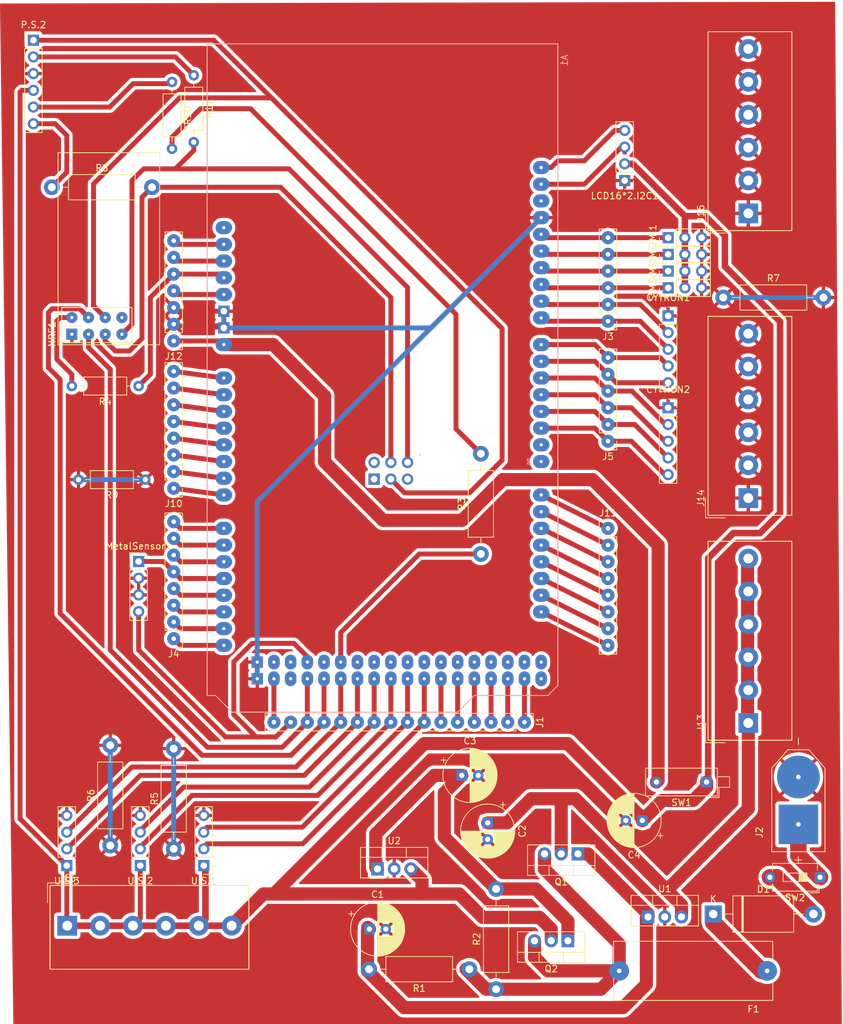
<source format=kicad_pcb>
(kicad_pcb (version 20221018) (generator pcbnew)
  (layers (0 "F.Cu" signal) (31 "B.Cu" signal) (34 "B.Paste" user) (35 "F.Paste" user) (36 "B.SilkS" user "B.Silkscreen") (37 "F.SilkS" user "F.Silkscreen") (38 "B.Mask" user) (39 "F.Mask" user) (44 "Edge.Cuts" user))
  (net 0 "")
  (net 1 "5V1")
  (net 3 "5V4")
  (net 6 "S.S.M.1")
  (net 8 "S.S.M.2")
  (net 10 "S.S.M.3")
  (net 12 "S.S.M.4")
  (net 16 "Trig2")
  (net 18 "Echo2")
  (net 20 "Trig3")
  (net 22 "Echo3")
  (net 24 "Trig4")
  (net 25 "Sensor D")
  (net 26 "Echo4")
  (net 28 "MISO")
  (net 29 "MOSI")
  (net 30 "SCK")
  (net 32 "SCL")
  (net 33 "SDA")
  (net 34 "GND")
  (net 35 "PWM4")
  (net 36 "DIR4")
  (net 37 "PWM3")
  (net 38 "DIR3")
  (net 39 "PWM2")
  (net 40 "DIR2")
  (net 41 "PWM1")
  (net 42 "DIR1")
  (net 43 "Net-(Q1-B)")
  (net 44 "Net-(Q2-B)")
  (net 45 "+5V")
  (net 46 "vcc")
  (net 47 "3.3V")
  (net 48 "+12V")
  (net 50 "CSN")
  (net 51 "CE")
  (net 53 "Net-(Q1-E)")
  (net 54 "Net-(NRF1-Pin_2)")
  (net 55 "Net-(D1-A2)")
  (net 56 "Net-(J2-POS)")
  (net 57 "IRQ 2")
  (net 58 "Net-(P.S.2-Pin_5)")
  (net 59 "Net-(P.S.2-Pin_2)")
  (net 60 "Net-(P.S.2-Pin_6)")
  (net 64 "Sensor A")
  (net 66 "Net-(A1-PadD44)")
  (net 69 "IORF")
  (net 70 "RST1")
  (net 71 "Vin")
  (net 72 "A0")
  (net 73 "A1")
  (net 74 "A2")
  (net 75 "A3")
  (net 76 "A4")
  (net 77 "A5")
  (net 78 "A6")
  (net 79 "A7")
  (net 80 "A8")
  (net 81 "A9")
  (net 82 "A10")
  (net 83 "A12")
  (net 84 "A13")
  (net 85 "A14")
  (net 86 "A15")
  (net 87 "D14")
  (net 88 "D15")
  (net 89 "D16")
  (net 90 "D17")
  (net 91 "D18")
  (net 92 "D19")
  (net 93 "D20")
  (net 94 "D21")
  (net 95 "D23")
  (net 96 "D25")
  (net 97 "D27")
  (net 98 "D29")
  (net 99 "D31")
  (net 100 "D33")
  (net 101 "D53")
  (footprint "Capacitor_THT:CP_Radial_D8.0mm_P2.50mm" (layer "F.Cu") (at 122.056651 134.62 180)
    (fp_text reference "C4")
    (fp_text value "470uF")
  )
  (footprint "Connector_PinHeader_2.54mm:PinHeader_1x03_P2.54mm_Vertical" (layer "F.Cu") (at 126 53.642686 90)
    (fp_text reference "S.M.4")
    (fp_text value "Conn_01x03_Pin" hide)
  )
  (footprint "Connector_PinHeader_2.54mm:PinHeader_1x06_P2.54mm_Vertical" (layer "F.Cu") (at 29.464 16.002)
    (fp_text reference "P.S.2")
    (fp_text value "P.S.2")
  )
  (footprint "Connector_PinSocket_2.54mm:PinSocket_1x05_P2.54mm_Vertical" (layer "F.Cu") (at 125.984 71.882)
    (fp_text reference "CYTRON2")
    (fp_text value "Conn_01x05_Pin")
  )
  (footprint "Package_TO_SOT_THT:TO-220-3_Vertical" (layer "F.Cu") (at 112.268 139.7 180)
    (fp_text reference "Q1")
    (fp_text value "TIP2955")
  )
  (footprint "Connector_PinHeader_2.54mm:PinHeader_1x04_P2.54mm_Vertical" (layer "F.Cu") (at 45.72 141.478 180)
    (fp_text reference "U.S.2")
    (fp_text value "~")
  )
  (footprint "TerminalBlock_Altech:Altech_AK300_1x06_P5.00mm_45-Degree" (layer "F.Cu") (at 138.176 42.3295 90)
    (fp_text reference "J16")
    (fp_text value "Screw_Terminal_01x06")
  )
  (footprint "Capacitor_THT:CP_Radial_D8.0mm_P2.50mm" (layer "F.Cu") (at 94.605349 127.762)
    (fp_text reference "C3")
    (fp_text value "470uF")
  )
  (footprint "Connector_PinHeader_2.54mm:PinHeader_1x06_P2.54mm_Vertical" (layer "F.Cu") (at 116.84 58.722686 180)
    (fp_text reference "J3")
    (fp_text value "Conn_01x06_Socket" hide)
  )
  (footprint "Connector_PinHeader_2.54mm:PinHeader_1x07_P2.54mm_Vertical" (layer "F.Cu") (at 50.8 61.722 180)
    (fp_text reference "J12")
    (fp_text value "Conn_01x07_Pin")
  )
  (footprint "Package_TO_SOT_THT:TO-220-3_Vertical" (layer "F.Cu") (at 122.936 149.281)
    (fp_text reference "U1")
    (fp_text value "L7812")
  )
  (footprint "Button_Switch_THT:SW_DIP_SPSTx01_Slide_6.7x4.1mm_W7.62mm_P2.54mm_LowProfile" (layer "F.Cu") (at 149.088 143.256 180)
    (fp_text reference "SW2")
    (fp_text value "SW_SPST")
  )
  (footprint "Resistor_THT:R_Axial_DIN0411_L9.9mm_D3.6mm_P15.24mm_Horizontal" (layer "F.Cu") (at 97.51 94.11 90)
    (fp_text reference "R3")
    (fp_text value "R_Small")
  )
  (footprint "Capacitor_THT:CP_Radial_D8.0mm_P2.50mm" (layer "F.Cu") (at 80.558 151.13)
    (fp_text reference "C1")
    (fp_text value "470uF")
  )
  (footprint "sensors:module_vl53l0x" (layer "F.Cu") (at 35.306 60.706 90)
    (fp_text reference "NRF1")
    (fp_text value "Conn_01x08_Pin")
  )
  (footprint "Package_TO_SOT_THT:TO-220-3_Vertical" (layer "F.Cu") (at 110.744 152.908 180)
    (fp_text reference "Q2")
    (fp_text value "TIP2955")
  )
  (footprint "XT60:AMASS_XT60-M" (layer "F.Cu") (at 145.796 131.616 90)
    (fp_text reference "J2")
    (fp_text value "XT60-M")
  )
  (footprint "Resistor_THT:R_Axial_DIN0411_L9.9mm_D3.6mm_P15.24mm_Horizontal" (layer "F.Cu") (at 50.8 138.938 90)
    (fp_text reference "R5")
    (fp_text value "R_Small")
  )
  (footprint "TerminalBlock_Altech:Altech_AK300_1x06_P5.00mm_45-Degree" (layer "F.Cu") (at 138.176 85.612 90)
    (fp_text reference "J14")
    (fp_text value "Screw_Terminal_01x06")
  )
  (footprint "Connector_PinHeader_2.54mm:PinHeader_1x03_P2.54mm_Vertical" (layer "F.Cu") (at 126 48.562686 90)
    (fp_text reference "S.M.2")
    (fp_text value "Conn_01x03_Pin" hide)
  )
  (footprint "Connector_PinHeader_2.54mm:PinHeader_1x04_P2.54mm_Vertical" (layer "F.Cu") (at 34.544 141.478 180)
    (fp_text reference "U.S.3")
    (fp_text value "~")
  )
  (footprint "Connector_PinHeader_2.54mm:PinHeader_1x03_P2.54mm_Vertical" (layer "F.Cu") (at 126 46.022686 90)
    (fp_text reference "S.M.1")
    (fp_text value "Conn_01x03_Pin" hide)
  )
  (footprint "Resistor_THT:R_Axial_DIN0207_L6.3mm_D2.5mm_P10.16mm_Horizontal" (layer "F.Cu") (at 53.848 21.336 -90)
    (fp_text reference "R11")
    (fp_text value "R_Small")
  )
  (footprint "Connector_PinHeader_2.54mm:PinHeader_1x03_P2.54mm_Vertical" (layer "F.Cu") (at 126 51.102686 90)
    (fp_text reference "S.M.3")
    (fp_text value "Conn_01x03_Pin" hide)
  )
  (footprint "Connector_PinHeader_2.54mm:PinHeader_1x04_P2.54mm_Vertical" (layer "F.Cu") (at 45.466 95.25)
    (fp_text reference "MetalSensor1")
    (fp_text value "Conn_01x03_Socket")
  )
  (footprint "TerminalBlock_Altech:Altech_AK300_1x06_P5.00mm_45-Degree" (layer "F.Cu") (at 138.176 119.7995 90)
    (fp_text reference "J13")
    (fp_text value "Screw_Terminal_01x06")
  )
  (footprint "Resistor_THT:R_Axial_DIN0411_L9.9mm_D3.6mm_P15.24mm_Horizontal" (layer "F.Cu") (at 99.822 160.274 90)
    (fp_text reference "R2")
    (fp_text value "220")
  )
  (footprint "Connector_PinHeader_2.54mm:PinHeader_1x16_P2.54mm_Vertical" (layer "F.Cu") (at 104.14 119.682686 -90)
    (fp_text reference "J1")
    (fp_text value "Conn_01x16_Socket")
  )
  (footprint "Connector_PinSocket_2.54mm:PinSocket_1x05_P2.54mm_Vertical" (layer "F.Cu") (at 125.984 57.912)
    (fp_text reference "CYTRON1")
    (fp_text value "Conn_01x05_Pin")
  )
  (footprint "Button_Switch_THT:SW_DIP_SPSTx01_Piano_10.8x4.1mm_W7.62mm_P2.54mm" (layer "F.Cu") (at 131.826 128.778 180)
    (fp_text reference "SW1")
    (fp_text value "SW_DIP_x01")
  )
  (footprint "Resistor_THT:R_Axial_DIN0207_L6.3mm_D2.5mm_P10.16mm_Horizontal" (layer "F.Cu") (at 46.482 82.804 180)
    (fp_text reference "R9")
    (fp_text value "R_Small")
  )
  (footprint "Capacitor_THT:CP_Radial_D8.0mm_P2.50mm" (layer "F.Cu") (at 98.552 134.991349 -90)
    (fp_text reference "C2")
    (fp_text value "470uF")
  )
  (footprint "Resistor_THT:R_Axial_DIN0207_L6.3mm_D2.5mm_P10.16mm_Horizontal" (layer "F.Cu") (at 50.546 22.352 -90)
    (fp_text reference "R10")
    (fp_text value "R_Small")
  )
  (footprint "4628 fuse holder:FUSE_4628" (layer "F.Cu") (at 129.794 157.48 180)
    (fp_text reference "F1")
    (fp_text value "Fuse")
  )
  (footprint "TerminalBlock_Altech:Altech_AK300_1x06_P5.00mm_45-Degree" (layer "F.Cu") (at 34.61 150.622)
    (fp_text reference "J15")
    (fp_text value "Screw_Terminal_01x06")
  )
  (footprint "PCM_arduino-library:Arduino_Mega2560_R3_Shield" (layer "F.Cu") (at 55.88 16.558686 -90)
    (fp_text reference "A1")
    (fp_text value "Arduino_Mega2560_R3_Shield")
  )
  (footprint "Connector_PinHeader_2.54mm:PinHeader_1x08_P2.54mm_Vertical" (layer "F.Cu") (at 116.84 90.218686)
    (fp_text reference "J11")
    (fp_text value "Conn_01x08_Socket")
  )
  (footprint "Connector_PinHeader_2.54mm:PinHeader_1x04_P2.54mm_Vertical" (layer "F.Cu") (at 119.38 37.338686 180)
    (fp_text reference "LCD16*2.I2C1")
    (fp_text value "~")
  )
  (footprint "Connector_PinHeader_2.54mm:PinHeader_1x06_P2.54mm_Vertical" (layer "F.Cu") (at 116.84 76.962 180)
    (fp_text reference "J5")
    (fp_text value "Conn_01x08_Socket")
  )
  (footprint "Connector_PinHeader_2.54mm:PinHeader_1x08_P2.54mm_Vertical" (layer "F.Cu") (at 50.8 106.982686 180)
    (fp_text reference "J4")
    (fp_text value "Conn_01x08_Socket")
  )
  (footprint "Resistor_THT:R_Axial_DIN0207_L6.3mm_D2.5mm_P10.16mm_Horizontal" (layer "F.Cu") (at 45.466 68.58 180)
    (fp_text reference "R4")
    (fp_text value "R_Small")
  )
  (footprint "Resistor_THT:R_Axial_DIN0411_L9.9mm_D3.6mm_P15.24mm_Horizontal" (layer "F.Cu") (at 32.258 38.354)
    (fp_text reference "R8")
    (fp_text value "R_Small")
  )
  (footprint "Diode_THT:D_DO-201AE_P15.24mm_Horizontal" (layer "F.Cu") (at 132.842 148.844)
    (fp_text reference "D1")
    (fp_text value "1N62xxA")
  )
  (footprint "Package_TO_SOT_THT:TO-220-3_Vertical" (layer "F.Cu") (at 81.788 141.986)
    (fp_text reference "U2")
    (fp_text value "L7805")
  )
  (footprint "Connector_PinHeader_2.54mm:PinHeader_1x04_P2.54mm_Vertical" (layer "F.Cu") (at 55.372 141.478 180)
    (fp_text reference "U.S.1")
    (fp_text value "~")
  )
  (footprint "Resistor_THT:R_Axial_DIN0411_L9.9mm_D3.6mm_P15.24mm_Horizontal" (layer "F.Cu") (at 95.758 157.226 180)
    (fp_text reference "R1")
    (fp_text value "220")
  )
  (footprint "Connector_PinHeader_2.54mm:PinHeader_1x08_P2.54mm_Vertical" (layer "F.Cu") (at 50.8 84.122686 180)
    (fp_text reference "J10")
    (fp_text value "Conn_01x08_Socket")
  )
  (footprint "Resistor_THT:R_Axial_DIN0411_L9.9mm_D3.6mm_P15.24mm_Horizontal" (layer "F.Cu") (at 41.148 138.43 90)
    (fp_text reference "R6")
    (fp_text value "R_Small")
  )
  (footprint "Resistor_THT:R_Axial_DIN0411_L9.9mm_D3.6mm_P15.24mm_Horizontal" (layer "F.Cu") (at 134.366 55.118)
    (fp_text reference "R7")
    (fp_text value "R_Small")
  )
  (segment (start 51.356686 54.658686) (end 50.8 54.102) (width 0.75) (layer "F.Cu") (net 1))
  (segment (start 58.42 54.658686) (end 51.356686 54.658686) (width 0.75) (layer "F.Cu") (net 1))
  (segment (start 116.84 46.022686) (end 107.188 46.022686) (width 0.75) (layer "F.Cu") (net 6))
  (segment (start 107.188 46.022686) (end 106.68 45.514686) (width 0.75) (layer "F.Cu") (net 6))
  (segment (start 126 46.022686) (end 116.84 46.022686) (width 0.75) (layer "F.Cu") (net 6))
  (segment (start 126 48.562686) (end 116.84 48.562686) (width 0.75) (layer "F.Cu") (net 8))
  (segment (start 107.188 48.562686) (end 106.68 48.054686) (width 0.75) (layer "F.Cu") (net 8))
  (segment (start 116.84 48.562686) (end 107.188 48.562686) (width 0.75) (layer "F.Cu") (net 8))
  (segment (start 116.84 51.102686) (end 107.188 51.102686) (width 0.75) (layer "F.Cu") (net 10))
  (segment (start 107.188 51.102686) (end 106.68 50.594686) (width 0.75) (layer "F.Cu") (net 10))
  (segment (start 126 51.102686) (end 116.84 51.102686) (width 0.75) (layer "F.Cu") (net 10))
  (segment (start 126 53.642686) (end 116.84 53.642686) (width 0.75) (layer "F.Cu") (net 12))
  (segment (start 116.84 53.642686) (end 107.188 53.642686) (width 0.75) (layer "F.Cu") (net 12))
  (segment (start 107.188 53.642686) (end 106.68 53.134686) (width 0.75) (layer "F.Cu") (net 12))
  (segment (start 70.406686 138.176) (end 55.88 138.176) (width 0.75) (layer "F.Cu") (net 16))
  (segment (start 55.88 138.176) (end 55.372 138.684) (width 0.75) (layer "F.Cu") (net 16))
  (segment (start 88.9 119.682686) (end 70.406686 138.176) (width 0.75) (layer "F.Cu") (net 16))
  (segment (start 88.9 119.682686) (end 88.9 113.078686) (width 0.75) (layer "F.Cu") (net 16))
  (segment (start 86.311314 119.682686) (end 70.358 135.636) (width 0.75) (layer "F.Cu") (net 18))
  (segment (start 70.358 135.636) (end 55.88 135.636) (width 0.75) (layer "F.Cu") (net 18))
  (segment (start 86.36 119.682686) (end 86.36 113.078686) (width 0.75) (layer "F.Cu") (net 18))
  (segment (start 55.88 135.636) (end 55.372 136.144) (width 0.75) (layer "F.Cu") (net 18))
  (segment (start 86.36 119.682686) (end 86.311314 119.682686) (width 0.75) (layer "F.Cu") (net 18))
  (segment (start 83.82 119.682686) (end 83.82 113.078686) (width 0.75) (layer "F.Cu") (net 20))
  (segment (start 83.82 119.682686) (end 72.692686 130.81) (width 0.75) (layer "F.Cu") (net 20))
  (segment (start 72.692686 130.81) (end 53.594 130.81) (width 0.75) (layer "F.Cu") (net 20))
  (segment (start 53.594 130.81) (end 45.72 138.684) (width 0.75) (layer "F.Cu") (net 20))
  (segment (start 52.324 129.54) (end 71.422686 129.54) (width 0.75) (layer "F.Cu") (net 22))
  (segment (start 45.72 136.144) (end 52.324 129.54) (width 0.75) (layer "F.Cu") (net 22))
  (segment (start 81.28 119.682686) (end 81.28 113.078686) (width 0.75) (layer "F.Cu") (net 22))
  (segment (start 71.422686 129.54) (end 81.28 119.682686) (width 0.75) (layer "F.Cu") (net 22))
  (segment (start 45.72 127.762) (end 34.544 138.938) (width 0.75) (layer "F.Cu") (net 24))
  (segment (start 70.660686 127.762) (end 45.72 127.762) (width 0.75) (layer "F.Cu") (net 24))
  (segment (start 78.74 119.682686) (end 78.74 113.078686) (width 0.75) (layer "F.Cu") (net 24))
  (segment (start 78.74 119.682686) (end 70.660686 127.762) (width 0.75) (layer "F.Cu") (net 24))
  (segment (start 71.12 109.728) (end 69.088 107.696) (width 0.75) (layer "F.Cu") (net 25))
  (segment (start 59.944 118.5326) (end 63.3314 121.92) (width 0.75) (layer "F.Cu") (net 25))
  (segment (start 63.3314 121.92) (end 64.008 121.92) (width 0.75) (layer "F.Cu") (net 25))
  (segment (start 59.944 110.49) (end 59.944 118.5326) (width 0.75) (layer "F.Cu") (net 25))
  (segment (start 45.466 108.712) (end 58.674 121.92) (width 0.75) (layer "F.Cu") (net 25))
  (segment (start 69.088 107.696) (end 62.738 107.696) (width 0.75) (layer "F.Cu") (net 25))
  (segment (start 62.738 107.696) (end 59.944 110.49) (width 0.75) (layer "F.Cu") (net 25))
  (segment (start 64.008 121.92) (end 66.342686 121.92) (width 0.75) (layer "F.Cu") (net 25))
  (segment (start 66.342686 121.92) (end 68.58 119.682686) (width 0.75) (layer "F.Cu") (net 25))
  (segment (start 45.466 102.87) (end 45.466 108.712) (width 0.75) (layer "F.Cu") (net 25))
  (segment (start 58.674 121.92) (end 64.008 121.92) (width 0.75) (layer "F.Cu") (net 25))
  (segment (start 71.12 110.538686) (end 71.12 109.728) (width 0.75) (layer "F.Cu") (net 25))
  (segment (start 34.544 136.398) (end 44.45 126.492) (width 0.75) (layer "F.Cu") (net 26))
  (segment (start 46.228 126.492) (end 45.466 126.492) (width 0.75) (layer "F.Cu") (net 26))
  (segment (start 69.390686 126.492) (end 46.228 126.492) (width 0.75) (layer "F.Cu") (net 26))
  (segment (start 76.2 119.682686) (end 69.390686 126.492) (width 0.75) (layer "F.Cu") (net 26))
  (segment (start 44.45 126.492) (end 46.228 126.492) (width 0.75) (layer "F.Cu") (net 26))
  (segment (start 76.2 119.682686) (end 76.2 113.078686) (width 0.75) (layer "F.Cu") (net 26))
  (segment (start 49.53 35.56) (end 68.326 35.56) (width 0.75) (layer "F.Cu") (net 28))
  (segment (start 53.848 31.496) (end 53.848 32.766) (width 0.75) (layer "F.Cu") (net 28))
  (segment (start 42.926 60.706) (end 44.45 59.182) (width 0.75) (layer "F.Cu") (net 28))
  (segment (start 46.228 35.56) (end 51.054 35.56) (width 0.75) (layer "F.Cu") (net 28))
  (segment (start 44.45 59.182) (end 44.45 37.338) (width 0.75) (layer "F.Cu") (net 28))
  (segment (start 51.054 35.56) (end 53.848 32.766) (width 0.75) (layer "F.Cu") (net 28))
  (segment (start 51.054 35.56) (end 51.308 35.306) (width 0.75) (layer "F.Cu") (net 28))
  (segment (start 44.45 37.338) (end 46.228 35.56) (width 0.75) (layer "F.Cu") (net 28))
  (segment (start 68.326 35.56) (end 86.36 53.594) (width 0.75) (layer "F.Cu") (net 28))
  (segment (start 86.36 53.594) (end 86.36 80.185686) (width 0.75) (layer "F.Cu") (net 28))
  (segment (start 95.766314 84.823686) (end 85.918 84.823686) (width 0.75) (layer "F.Cu") (net 29))
  (segment (start 100.74 59.846) (end 100.74 79.85) (width 0.75) (layer "F.Cu") (net 29))
  (segment (start 29.464 16.002) (end 56.896 16.002) (width 0.75) (layer "F.Cu") (net 29))
  (segment (start 38.608 37.846) (end 51.689 24.765) (width 0.75) (layer "F.Cu") (net 29))
  (segment (start 40.386 58.166) (end 38.608 56.388) (width 0.75) (layer "F.Cu") (net 29))
  (segment (start 51.689 24.765) (end 65.659 24.765) (width 0.75) (layer "F.Cu") (net 29))
  (segment (start 85.918 84.823686) (end 83.82 82.725686) (width 0.75) (layer "F.Cu") (net 29))
  (segment (start 100.74 79.85) (end 95.766314 84.823686) (width 0.75) (layer "F.Cu") (net 29))
  (segment (start 65.659 24.765) (end 65.786 24.892) (width 0.75) (layer "F.Cu") (net 29))
  (segment (start 38.608 56.388) (end 38.608 37.846) (width 0.75) (layer "F.Cu") (net 29))
  (segment (start 56.896 16.002) (end 100.74 59.846) (width 0.75) (layer "F.Cu") (net 29))
  (segment (start 45.974 61.348) (end 45.974 39.878) (width 0.75) (layer "F.Cu") (net 30))
  (segment (start 45.974 39.878) (end 47.498 38.354) (width 0.75) (layer "F.Cu") (net 30))
  (segment (start 40.386 61.722) (end 41.91 63.246) (width 0.75) (layer "F.Cu") (net 30))
  (segment (start 44.076 63.246) (end 45.974 61.348) (width 0.75) (layer "F.Cu") (net 30))
  (segment (start 47.498 38.354) (end 67.056 38.354) (width 0.75) (layer "F.Cu") (net 30))
  (segment (start 83.82 55.118) (end 83.82 80.185686) (width 0.75) (layer "F.Cu") (net 30))
  (segment (start 41.91 63.246) (end 44.076 63.246) (width 0.75) (layer "F.Cu") (net 30))
  (segment (start 67.056 38.354) (end 83.82 55.118) (width 0.75) (layer "F.Cu") (net 30))
  (segment (start 40.386 60.706) (end 40.386 61.722) (width 0.75) (layer "F.Cu") (net 30))
  (segment (start 108.204 35.354686) (end 106.68 35.354686) (width 0.75) (layer "F.Cu") (net 32))
  (segment (start 119.38 29.718686) (end 117.855314 29.718686) (width 0.75) (layer "F.Cu") (net 32))
  (segment (start 109.22 34.338686) (end 108.204 35.354686) (width 0.75) (layer "F.Cu") (net 32))
  (segment (start 113.235314 34.338686) (end 109.22 34.338686) (width 0.75) (layer "F.Cu") (net 32))
  (segment (start 117.855314 29.718686) (end 113.235314 34.338686) (width 0.75) (layer "F.Cu") (net 32))
  (segment (start 119.38 32.258686) (end 118.871314 32.258686) (width 0.75) (layer "F.Cu") (net 33))
  (segment (start 113.235314 37.894686) (end 106.68 37.894686) (width 0.75) (layer "F.Cu") (net 33))
  (segment (start 119.38 33.02) (end 119.38 32.258686) (width 0.75) (layer "F.Cu") (net 33))
  (segment (start 118.871314 32.258686) (end 113.235314 37.894686) (width 0.75) (layer "F.Cu") (net 33))
  (segment (start 51.356686 57.198686) (end 50.8 56.642) (width 0.75) (layer "F.Cu") (net 34))
  (segment (start 58.117314 59.436) (end 51.054 59.436) (width 0.75) (layer "F.Cu") (net 34))
  (segment (start 58.42 57.198686) (end 51.356686 57.198686) (width 0.75) (layer "F.Cu") (net 34))
  (segment (start 58.42 59.738686) (end 58.117314 59.436) (width 0.75) (layer "F.Cu") (net 34))
  (segment (start 51.054 59.436) (end 50.8 59.182) (width 0.75) (layer "F.Cu") (net 34))
  (segment (start 63.5 113.078686) (end 63.5 110.538686) (width 0.75) (layer "B.Cu") (net 34))
  (segment (start 45.974 82.804) (end 35.814 82.804) (width 0.75) (layer "B.Cu") (net 34))
  (segment (start 106.68 42.974686) (end 63.5 86.154686) (width 0.75) (layer "B.Cu") (net 34))
  (segment (start 149.606 55.118) (end 134.366 55.118) (width 0.75) (layer "B.Cu") (net 34))
  (segment (start 63.5 86.154686) (end 63.5 110.538686) (width 0.75) (layer "B.Cu") (net 34))
  (segment (start 41.148 123.19) (end 41.148 138.43) (width 0.75) (layer "B.Cu") (net 34))
  (segment (start 58.42 59.738686) (end 89.916 59.738686) (width 0.75) (layer "B.Cu") (net 34))
  (segment (start 89.916 59.738686) (end 106.68 42.974686) (width 0.75) (layer "B.Cu") (net 34))
  (segment (start 50.8 123.698) (end 50.8 138.938) (width 0.75) (layer "B.Cu") (net 34))
  (segment (start 131.08 53.642686) (end 130.761314 53.642686) (width 0.75) (layer "B.Cu") (net 34))
  (segment (start 58.42 57.198686) (end 58.42 59.738686) (width 0.75) (layer "B.Cu") (net 34))
  (segment (start 107.188 56.182686) (end 106.68 55.674686) (width 0.75) (layer "F.Cu") (net 35))
  (segment (start 116.84 56.182686) (end 107.188 56.182686) (width 0.75) (layer "F.Cu") (net 35))
  (segment (start 126.025 60.452) (end 121.755686 56.182686) (width 0.75) (layer "F.Cu") (net 35))
  (segment (start 121.755686 56.182686) (end 116.84 56.182686) (width 0.75) (layer "F.Cu") (net 35))
  (segment (start 121.755686 58.722686) (end 126.025 62.992) (width 0.75) (layer "F.Cu") (net 36))
  (segment (start 107.188 58.722686) (end 106.68 58.214686) (width 0.75) (layer "F.Cu") (net 36))
  (segment (start 116.84 58.722686) (end 121.755686 58.722686) (width 0.75) (layer "F.Cu") (net 36))
  (segment (start 116.84 58.722686) (end 107.188 58.722686) (width 0.75) (layer "F.Cu") (net 36))
  (segment (start 116.84 64.262) (end 114.856686 62.278686) (width 0.75) (layer "F.Cu") (net 37))
  (segment (start 126.025 65.532) (end 124.755 64.262) (width 0.75) (layer "F.Cu") (net 37))
  (segment (start 124.755 64.262) (end 116.84 64.262) (width 0.75) (layer "F.Cu") (net 37))
  (segment (start 114.856686 62.278686) (end 106.68 62.278686) (width 0.75) (layer "F.Cu") (net 37))
  (segment (start 116.84 66.802) (end 118.11 68.072) (width 0.75) (layer "F.Cu") (net 38))
  (segment (start 114.856686 64.818686) (end 106.68 64.818686) (width 0.75) (layer "F.Cu") (net 38))
  (segment (start 118.11 68.072) (end 126.025 68.072) (width 0.75) (layer "F.Cu") (net 38))
  (segment (start 116.84 66.802) (end 114.856686 64.818686) (width 0.75) (layer "F.Cu") (net 38))
  (segment (start 116.84 69.342) (end 114.856686 67.358686) (width 0.75) (layer "F.Cu") (net 39))
  (segment (start 125.984 74.422) (end 125.575 74.422) (width 0.75) (layer "F.Cu") (net 39))
  (segment (start 120.495 69.342) (end 116.84 69.342) (width 0.75) (layer "F.Cu") (net 39))
  (segment (start 125.575 74.422) (end 120.495 69.342) (width 0.75) (layer "F.Cu") (net 39))
  (segment (start 114.856686 67.358686) (end 106.68 67.358686) (width 0.75) (layer "F.Cu") (net 39))
  (segment (start 116.84 71.882) (end 114.856686 69.898686) (width 0.75) (layer "F.Cu") (net 40))
  (segment (start 125.984 76.962) (end 125.476 76.962) (width 0.75) (layer "F.Cu") (net 40))
  (segment (start 114.856686 69.898686) (end 106.68 69.898686) (width 0.75) (layer "F.Cu") (net 40))
  (segment (start 125.476 76.962) (end 120.396 71.882) (width 0.75) (layer "F.Cu") (net 40))
  (segment (start 120.396 71.882) (end 116.84 71.882) (width 0.75) (layer "F.Cu") (net 40))
  (segment (start 120.904 74.422) (end 116.84 74.422) (width 0.75) (layer "F.Cu") (net 41))
  (segment (start 114.856686 72.438686) (end 106.68 72.438686) (width 0.75) (layer "F.Cu") (net 41))
  (segment (start 125.984 79.502) (end 120.904 74.422) (width 0.75) (layer "F.Cu") (net 41))
  (segment (start 116.84 74.422) (end 114.856686 72.438686) (width 0.75) (layer "F.Cu") (net 41))
  (segment (start 114.856686 74.978686) (end 116.84 76.962) (width 0.75) (layer "F.Cu") (net 42))
  (segment (start 106.68 74.978686) (end 114.856686 74.978686) (width 0.75) (layer "F.Cu") (net 42))
  (segment (start 120.396 76.962) (end 116.84 76.962) (width 0.75) (layer "F.Cu") (net 42))
  (segment (start 125.984 82.042) (end 125.476 82.042) (width 0.75) (layer "F.Cu") (net 42))
  (segment (start 125.476 82.042) (end 120.396 76.962) (width 0.75) (layer "F.Cu") (net 42))
  (segment (start 119.126 163.068) (end 85.852 163.068) (width 2) (layer "F.Cu") (net 43))
  (segment (start 122.936 149.281) (end 122.682 149.535) (width 2) (layer "F.Cu") (net 43))
  (segment (start 112.268 139.7) (end 113.792 139.7) (width 2) (layer "F.Cu") (net 43))
  (segment (start 80.558 151.13) (end 80.304 150.876) (width 2) (layer "F.Cu") (net 43))
  (segment (start 122.682 159.512) (end 119.126 163.068) (width 2) (layer "F.Cu") (net 43))
  (segment (start 113.792 139.7) (end 122.936 148.844) (width 2) (layer "F.Cu") (net 43))
  (segment (start 122.936 148.844) (end 122.936 149.281) (width 2) (layer "F.Cu") (net 43))
  (segment (start 80.264 157.48) (end 80.264 151.424) (width 2) (layer "F.Cu") (net 43))
  (segment (start 80.264 151.424) (end 80.558 151.13) (width 2) (layer "F.Cu") (net 43))
  (segment (start 85.852 163.068) (end 80.264 157.48) (width 2) (layer "F.Cu") (net 43))
  (segment (start 122.682 149.535) (end 122.682 159.512) (width 2) (layer "F.Cu") (net 43))
  (segment (start 110.744 149.908) (end 105.87 145.034) (width 2) (layer "F.Cu") (net 44))
  (segment (start 91.948 137.16) (end 91.948 130.419349) (width 2) (layer "F.Cu") (net 44))
  (segment (start 81.534 136.652) (end 81.534 141.732) (width 2) (layer "F.Cu") (net 44))
  (segment (start 91.948 130.419349) (end 94.605349 127.762) (width 2) (layer "F.Cu") (net 44))
  (segment (start 110.744 152.908) (end 110.744 149.908) (width 2) (layer "F.Cu") (net 44))
  (segment (start 90.424 127.762) (end 81.534 136.652) (width 2) (layer "F.Cu") (net 44))
  (segment (start 105.87 145.034) (end 99.822 145.034) (width 2) (layer "F.Cu") (net 44))
  (segment (start 81.534 141.732) (end 81.788 141.986) (width 2) (layer "F.Cu") (net 44))
  (segment (start 94.605349 127.762) (end 90.424 127.762) (width 2) (layer "F.Cu") (net 44))
  (segment (start 99.822 145.034) (end 91.948 137.16) (width 2) (layer "F.Cu") (net 44))
  (segment (start 97.79 149.352) (end 106.426 149.352) (width 2) (layer "F.Cu") (net 45))
  (segment (start 143.002 58.768) (end 134.62 50.386) (width 1) (layer "F.Cu") (net 45))
  (segment (start 131.826 128.778) (end 131.826 129.54) (width 2) (layer "F.Cu") (net 45))
  (segment (start 128.54 53.642686) (end 128.54 46.022686) (width 1) (layer "F.Cu") (net 45))
  (segment (start 34.61 150.622) (end 34.544 150.556) (width 0.75) (layer "F.Cu") (net 45))
  (segment (start 49.61 150.622) (end 59.61 150.622) (width 1) (layer "F.Cu") (net 45))
  (segment (start 27.432 23.876) (end 27.686 23.622) (width 0.75) (layer "F.Cu") (net 45))
  (segment (start 70.358 145.796) (end 64.436 145.796) (width 2) (layer "F.Cu") (net 45))
  (segment (start 86.868 141.986) (end 88.566 143.684) (width 2) (layer "F.Cu") (net 45))
  (segment (start 34.544 141.478) (end 27.432 134.366) (width 0.75) (layer "F.Cu") (net 45))
  (segment (start 122.056651 134.291572) (end 122.056651 134.62) (width 2) (layer "F.Cu") (net 45))
  (segment (start 131.826 129.54) (end 129.794 131.572) (width 2) (layer "F.Cu") (net 45))
  (segment (start 94.234 145.796) (end 97.79 149.352) (width 2) (layer "F.Cu") (net 45))
  (segment (start 27.432 134.366) (end 27.432 23.876) (width 0.75) (layer "F.Cu") (net 45))
  (segment (start 122.012697 36.229303) (end 128.54 42.756605) (width 1) (layer "F.Cu") (net 45))
  (segment (start 64.436 145.796) (end 59.61 150.622) (width 2) (layer "F.Cu") (net 45))
  (segment (start 134.62 50.386) (end 134.62 45.72) (width 1) (layer "F.Cu") (net 45))
  (segment (start 139.954 90.932) (end 143.002 87.884) (width 1) (layer "F.Cu") (net 45))
  (segment (start 110.701079 122.936) (end 122.056651 134.291572) (width 2) (layer "F.Cu") (net 45))
  (segment (start 129.794 131.572) (end 125.104651 131.572) (width 2) (layer "F.Cu") (net 45))
  (segment (start 45.72 149.512) (end 44.61 150.622) (width 0.75) (layer "F.Cu") (net 45))
  (segment (start 143.002 87.884) (end 143.002 58.768) (width 1) (layer "F.Cu") (net 45))
  (segment (start 88.9 122.936) (end 110.701079 122.936) (width 2) (layer "F.Cu") (net 45))
  (segment (start 59.61 150.622) (end 59.61 149.606) (width 1) (layer "F.Cu") (net 45))
  (segment (start 88.566 145.796) (end 94.234 145.796) (width 2) (layer "F.Cu") (net 45))
  (segment (start 27.686 23.622) (end 29.464 23.622) (width 0.75) (layer "F.Cu") (net 45))
  (segment (start 66.04 145.796) (end 88.9 122.936) (width 2) (layer "F.Cu") (net 45))
  (segment (start 119.38 34.798686) (end 120.582081 34.798686) (width 1) (layer "F.Cu") (net 45))
  (segment (start 134.62 45.72) (end 131.656605 42.756605) (width 1) (layer "F.Cu") (net 45))
  (segment (start 49.61 150.622) (end 34.61 150.622) (width 0.75) (layer "F.Cu") (net 45))
  (segment (start 108.213838 151.139838) (end 108.213838 152.898163) (width 2) (layer "F.Cu") (net 45))
  (segment (start 131.826 128.778) (end 132.08 128.524) (width 1) (layer "F.Cu") (net 45))
  (segment (start 88.566 145.796) (end 66.04 145.796) (width 2) (layer "F.Cu") (net 45))
  (segment (start 35.626 150.622) (end 49.61 150.622) (width 1) (layer "F.Cu") (net 45))
  (segment (start 135.89 90.932) (end 139.954 90.932) (width 1) (layer "F.Cu") (net 45))
  (segment (start 120.582081 34.798686) (end 122.012697 36.229303) (width 1) (layer "F.Cu") (net 45))
  (segment (start 132.08 94.742) (end 135.89 90.932) (width 1) (layer "F.Cu") (net 45))
  (segment (start 128.54 42.756605) (end 128.54 46.022686) (width 1) (layer "F.Cu") (net 45))
  (segment (start 131.656605 42.756605) (end 128.54 42.756605) (width 1) (layer "F.Cu") (net 45))
  (segment (start 55.626 149.606) (end 54.61 150.622) (width 1) (layer "F.Cu") (net 45))
  (segment (start 45.72 141.478) (end 45.72 149.512) (width 0.75) (layer "F.Cu") (net 45))
  (segment (start 55.372 141.224) (end 55.626 141.478) (width 1) (layer "F.Cu") (net 45))
  (segment (start 132.08 128.524) (end 132.08 94.742) (width 1) (layer "F.Cu") (net 45))
  (segment (start 88.566 143.684) (end 88.566 145.796) (width 2) (layer "F.Cu") (net 45))
  (segment (start 106.426 149.352) (end 108.213838 151.139838) (width 2) (layer "F.Cu") (net 45))
  (segment (start 55.626 141.478) (end 55.626 149.606) (width 1) (layer "F.Cu") (net 45))
  (segment (start 125.104651 131.572) (end 122.056651 134.62) (width 2) (layer "F.Cu") (net 45))
  (segment (start 34.544 149.54) (end 35.626 150.622) (width 1) (layer "F.Cu") (net 45))
  (segment (start 34.544 150.556) (end 34.544 141.478) (width 0.75) (layer "F.Cu") (net 45))
  (segment (start 132.842 148.844) (end 132.842 150.114) (width 2.5) (layer "F.Cu") (net 46))
  (segment (start 140.208 157.48) (end 141.044 157.48) (width 2.5) (layer "F.Cu") (net 46))
  (segment (start 132.842 150.114) (end 140.208 157.48) (width 2.5) (layer "F.Cu") (net 46))
  (segment (start 45.466 68.58) (end 47.244 66.802) (width 0.75) (layer "F.Cu") (net 47))
  (segment (start 47.244 66.802) (end 47.244 55.118) (width 0.75) (layer "F.Cu") (net 47))
  (segment (start 57.863314 51.562) (end 50.8 51.562) (width 0.75) (layer "F.Cu") (net 47))
  (segment (start 58.42 52.118686) (end 57.863314 51.562) (width 0.75) (layer "F.Cu") (net 47))
  (segment (start 47.244 55.118) (end 50.8 51.562) (width 0.75) (layer "F.Cu") (net 47))
  (segment (start 125.656433 145.107567) (end 111.866865 131.318) (width 2) (layer "F.Cu") (net 48))
  (segment (start 128.016 149.281) (end 128.016 147.467135) (width 2) (layer "F.Cu") (net 48))
  (segment (start 111.866865 131.318) (end 109.22 131.318) (width 2) (layer "F.Cu") (net 48))
  (segment (start 128.016 147.467135) (end 125.656433 145.107567) (width 2) (layer "F.Cu") (net 48))
  (segment (start 138.176 132.842) (end 125.910433 145.107567) (width 2) (layer "F.Cu") (net 48))
  (segment (start 109.22 131.318) (end 105.156 131.318) (width 2) (layer "F.Cu") (net 48))
  (segment (start 109.728 139.7) (end 109.728 131.826) (width 2) (layer "F.Cu") (net 48))
  (segment (start 138.0685 94.7995) (end 138.0685 119.7995) (width 2) (layer "F.Cu") (net 48))
  (segment (start 138.0685 119.7995) (end 138.176 119.907) (width 2) (layer "F.Cu") (net 48))
  (segment (start 105.156 131.318) (end 101.482651 134.991349) (width 2) (layer "F.Cu") (net 48))
  (segment (start 138.176 119.907) (end 138.176 132.842) (width 2) (layer "F.Cu") (net 48))
  (segment (start 109.728 131.826) (end 109.22 131.318) (width 2) (layer "F.Cu") (net 48))
  (segment (start 101.482651 134.991349) (end 98.552 134.991349) (width 2) (layer "F.Cu") (net 48))
  (segment (start 125.910433 145.107567) (end 125.656433 145.107567) (width 2) (layer "F.Cu") (net 48))
  (segment (start 138.0685 119.7995) (end 138.38 119.488) (width 2) (layer "F.Cu") (net 48))
  (segment (start 32.325 56.829) (end 31.75 57.404) (width 0.75) (layer "F.Cu") (net 50))
  (segment (start 33.528 103.124) (end 55.118 124.714) (width 0.75) (layer "F.Cu") (net 50))
  (segment (start 73.66 119.682686) (end 73.66 113.078686) (width 0.75) (layer "F.Cu") (net 50))
  (segment (start 37.846 58.166) (end 36.509 56.829) (width 0.75) (layer "F.Cu") (net 50))
  (segment (start 31.75 57.404) (end 31.75 65.786) (width 0.75) (layer "F.Cu") (net 50))
  (segment (start 55.118 124.714) (end 68.628686 124.714) (width 0.75) (layer "F.Cu") (net 50))
  (segment (start 33.528 67.564) (end 33.528 103.124) (width 0.75) (layer "F.Cu") (net 50))
  (segment (start 31.75 65.786) (end 33.528 67.564) (width 0.75) (layer "F.Cu") (net 50))
  (segment (start 36.509 56.829) (end 32.325 56.829) (width 0.75) (layer "F.Cu") (net 50))
  (segment (start 68.628686 124.714) (end 73.66 119.682686) (width 0.75) (layer "F.Cu") (net 50))
  (segment (start 55.926 123.49) (end 41.148 108.712) (width 0.75) (layer "F.Cu") (net 51))
  (segment (start 71.12 119.682686) (end 67.312686 123.49) (width 0.75) (layer "F.Cu") (net 51))
  (segment (start 41.148 66.04) (end 37.846 62.738) (width 0.75) (layer "F.Cu") (net 51))
  (segment (start 71.12 119.682686) (end 71.12 113.078686) (width 0.75) (layer "F.Cu") (net 51))
  (segment (start 37.846 62.738) (end 37.846 60.706) (width 0.75) (layer "F.Cu") (net 51))
  (segment (start 41.148 108.712) (end 41.148 66.04) (width 0.75) (layer "F.Cu") (net 51))
  (segment (start 67.312686 123.49) (end 55.926 123.49) (width 0.75) (layer "F.Cu") (net 51))
  (segment (start 99.822 160.274) (end 98.298 160.274) (width 2) (layer "F.Cu") (net 53))
  (segment (start 115.75 160.274) (end 118.544 157.48) (width 2) (layer "F.Cu") (net 53))
  (segment (start 105.664 152.908) (end 105.664 155.448) (width 2) (layer "F.Cu") (net 53))
  (segment (start 118.544 157.48) (end 118.544 153.40527) (width 2) (layer "F.Cu") (net 53))
  (segment (start 107.188 142.04927) (end 107.188 139.7) (width 2) (layer "F.Cu") (net 53))
  (segment (start 107.696 157.48) (end 118.544 157.48) (width 2) (layer "F.Cu") (net 53))
  (segment (start 98.298 160.274) (end 95.25 157.226) (width 2) (layer "F.Cu") (net 53))
  (segment (start 118.544 153.40527) (end 107.188 142.04927) (width 2) (layer "F.Cu") (net 53))
  (segment (start 105.664 155.448) (end 107.696 157.48) (width 2) (layer "F.Cu") (net 53))
  (segment (start 99.822 160.274) (end 115.75 160.274) (width 2) (layer "F.Cu") (net 53))
  (segment (start 33.02 64.516) (end 33.02 58.674) (width 0.75) (layer "F.Cu") (net 54))
  (segment (start 33.528 58.166) (end 35.306 58.166) (width 0.75) (layer "F.Cu") (net 54))
  (segment (start 33.02 58.674) (end 33.528 58.166) (width 0.75) (layer "F.Cu") (net 54))
  (segment (start 35.306 66.802) (end 33.02 64.516) (width 0.75) (layer "F.Cu") (net 54))
  (segment (start 35.306 68.58) (end 35.306 66.802) (width 0.75) (layer "F.Cu") (net 54))
  (segment (start 141.468 143.256) (end 142.494 143.256) (width 2.5) (layer "F.Cu") (net 55))
  (segment (start 142.494 143.256) (end 148.082 148.844) (width 2.5) (layer "F.Cu") (net 55))
  (segment (start 145.796 139.964) (end 149.088 143.256) (width 2.5) (layer "F.Cu") (net 56))
  (segment (start 145.796 135.216) (end 145.796 139.964) (width 2.5) (layer "F.Cu") (net 56))
  (segment (start 50.546 30.734) (end 54.864 26.416) (width 0.75) (layer "F.Cu") (net 57))
  (segment (start 93.726 57.658) (end 93.726 75.086) (width 0.75) (layer "F.Cu") (net 57))
  (segment (start 93.726 75.086) (end 97.51 78.87) (width 0.75) (layer "F.Cu") (net 57))
  (segment (start 54.864 26.416) (end 62.484 26.416) (width 0.75) (layer "F.Cu") (net 57))
  (segment (start 62.484 26.416) (end 93.726 57.658) (width 0.75) (layer "F.Cu") (net 57))
  (segment (start 50.546 32.512) (end 50.546 30.734) (width 0.75) (layer "F.Cu") (net 57))
  (segment (start 41.075796 26.162) (end 44.631796 22.606) (width 0.75) (layer "F.Cu") (net 58))
  (segment (start 50.292 22.606) (end 50.546 22.352) (width 0.75) (layer "F.Cu") (net 58))
  (segment (start 44.631796 22.606) (end 50.292 22.606) (width 0.75) (layer "F.Cu") (net 58))
  (segment (start 29.718 26.162) (end 41.075796 26.162) (width 0.75) (layer "F.Cu") (net 58))
  (segment (start 51.054 18.542) (end 29.464 18.542) (width 0.75) (layer "F.Cu") (net 59))
  (segment (start 53.848 21.336) (end 51.054 18.542) (width 0.75) (layer "F.Cu") (net 59))
  (segment (start 34.544 36.068) (end 32.258 38.354) (width 0.75) (layer "F.Cu") (net 60))
  (segment (start 34.544 30.484887) (end 34.544 36.068) (width 0.75) (layer "F.Cu") (net 60))
  (segment (start 32.761113 28.702) (end 34.544 30.484887) (width 0.75) (layer "F.Cu") (net 60))
  (segment (start 29.718 28.702) (end 32.761113 28.702) (width 0.75) (layer "F.Cu") (net 60))
  (segment (start 58.42 97.838686) (end 51.816 97.838686) (width 0.75) (layer "F.Cu") (net 64))
  (segment (start 49.227314 95.25) (end 50.8 96.822686) (width 0.75) (layer "F.Cu") (net 64))
  (segment (start 45.466 95.25) (end 49.227314 95.25) (width 0.75) (layer "F.Cu") (net 64))
  (segment (start 51.816 97.838686) (end 50.8 96.822686) (width 0.75) (layer "F.Cu") (net 64))
  (segment (start 88.138 94.11) (end 76.2 106.048) (width 0.75) (layer "F.Cu") (net 66))
  (segment (start 97.51 94.26) (end 97.282 94.488) (width 0.75) (layer "F.Cu") (net 66))
  (segment (start 88.138 94.11) (end 97.51 94.11) (width 0.75) (layer "F.Cu") (net 66))
  (segment (start 97.51 94.11) (end 97.51 94.26) (width 0.75) (layer "F.Cu") (net 66))
  (segment (start 76.2 106.048) (end 76.2 110.538686) (width 0.75) (layer "F.Cu") (net 66))
  (segment (start 51.356686 47.038686) (end 50.8 46.482) (width 0.75) (layer "F.Cu") (net 69))
  (segment (start 58.42 47.038686) (end 51.356686 47.038686) (width 0.75) (layer "F.Cu") (net 69))
  (segment (start 51.356686 49.578686) (end 50.8 49.022) (width 0.75) (layer "F.Cu") (net 70))
  (segment (start 58.42 49.578686) (end 51.356686 49.578686) (width 0.75) (layer "F.Cu") (net 70))
  (segment (start 94.652 88.99) (end 100.838 82.804) (width 2) (layer "F.Cu") (net 71))
  (segment (start 57.863314 61.722) (end 58.42 62.278686) (width 0.75) (layer "F.Cu") (net 71))
  (segment (start 124.46 128.524) (end 124.206 128.778) (width 2) (layer "F.Cu") (net 71))
  (segment (start 50.8 61.722) (end 57.863314 61.722) (width 0.75) (layer "F.Cu") (net 71))
  (segment (start 114.505314 82.804) (end 124.46 92.758686) (width 2) (layer "F.Cu") (net 71))
  (segment (start 73.74 80.1) (end 82.63 88.99) (width 2) (layer "F.Cu") (net 71))
  (segment (start 124.46 92.758686) (end 124.46 128.524) (width 2) (layer "F.Cu") (net 71))
  (segment (start 65.928686 62.278686) (end 73.74 70.09) (width 2) (layer "F.Cu") (net 71))
  (segment (start 58.42 62.278686) (end 65.928686 62.278686) (width 2) (layer "F.Cu") (net 71))
  (segment (start 73.74 70.09) (end 73.74 80.1) (width 2) (layer "F.Cu") (net 71))
  (segment (start 82.63 88.99) (end 94.652 88.99) (width 2) (layer "F.Cu") (net 71))
  (segment (start 100.838 82.804) (end 114.505314 82.804) (width 2) (layer "F.Cu") (net 71))
  (segment (start 58.42 67.358686) (end 50.8 66.342686) (width 0.75) (layer "F.Cu") (net 72))
  (segment (start 58.42 69.898686) (end 50.8 68.882686) (width 0.75) (layer "F.Cu") (net 73))
  (segment (start 58.42 72.438686) (end 50.8 71.422686) (width 0.75) (layer "F.Cu") (net 74))
  (segment (start 58.42 74.978686) (end 50.8 73.962686) (width 0.75) (layer "F.Cu") (net 75))
  (segment (start 58.42 77.518686) (end 50.8 76.502686) (width 0.75) (layer "F.Cu") (net 76))
  (segment (start 58.42 80.058686) (end 50.8 79.042686) (width 0.75) (layer "F.Cu") (net 77))
  (segment (start 58.42 82.598686) (end 50.8 81.582686) (width 0.75) (layer "F.Cu") (net 78))
  (segment (start 58.42 85.138686) (end 50.8 84.122686) (width 0.75) (layer "F.Cu") (net 79))
  (segment (start 58.42 90.218686) (end 51.816 90.218686) (width 0.75) (layer "F.Cu") (net 80))
  (segment (start 51.816 90.218686) (end 50.8 89.202686) (width 0.75) (layer "F.Cu") (net 80))
  (segment (start 51.816 92.758686) (end 50.8 91.742686) (width 0.75) (layer "F.Cu") (net 81))
  (segment (start 58.42 92.758686) (end 51.816 92.758686) (width 0.75) (layer "F.Cu") (net 81))
  (segment (start 58.42 95.298686) (end 51.816 95.298686) (width 0.75) (layer "F.Cu") (net 82))
  (segment (start 51.816 95.298686) (end 50.8 94.282686) (width 0.75) (layer "F.Cu") (net 82))
  (segment (start 58.42 100.378686) (end 51.816 100.378686) (width 0.75) (layer "F.Cu") (net 83))
  (segment (start 51.816 100.378686) (end 50.8 99.362686) (width 0.75) (layer "F.Cu") (net 83))
  (segment (start 58.42 102.918686) (end 51.816 102.918686) (width 0.75) (layer "F.Cu") (net 84))
  (segment (start 51.816 102.918686) (end 50.8 101.902686) (width 0.75) (layer "F.Cu") (net 84))
  (segment (start 51.816 105.458686) (end 50.8 104.442686) (width 0.75) (layer "F.Cu") (net 85))
  (segment (start 58.42 105.458686) (end 51.816 105.458686) (width 0.75) (layer "F.Cu") (net 85))
  (segment (start 51.816 107.998686) (end 50.8 106.982686) (width 0.75) (layer "F.Cu") (net 86))
  (segment (start 58.42 107.998686) (end 51.816 107.998686) (width 0.75) (layer "F.Cu") (net 86))
  (segment (start 106.68 85.138686) (end 111.76 87.678686) (width 0.75) (layer "F.Cu") (net 87))
  (segment (start 111.76 87.678686) (end 116.84 90.218686) (width 0.75) (layer "F.Cu") (net 87))
  (segment (start 111.76 90.218686) (end 116.84 92.758686) (width 0.75) (layer "F.Cu") (net 88))
  (segment (start 106.68 87.678686) (end 111.76 90.218686) (width 0.75) (layer "F.Cu") (net 88))
  (segment (start 111.76 92.758686) (end 116.84 95.298686) (width 0.75) (layer "F.Cu") (net 89))
  (segment (start 106.68 90.218686) (end 111.76 92.758686) (width 0.75) (layer "F.Cu") (net 89))
  (segment (start 111.76 95.298686) (end 106.68 92.758686) (width 0.75) (layer "F.Cu") (net 90))
  (segment (start 116.84 97.838686) (end 111.76 95.298686) (width 0.75) (layer "F.Cu") (net 90))
  (segment (start 111.76 97.838686) (end 106.68 95.298686) (width 0.75) (layer "F.Cu") (net 91))
  (segment (start 116.84 100.378686) (end 111.76 97.838686) (width 0.75) (layer "F.Cu") (net 91))
  (segment (start 111.76 100.378686) (end 106.68 97.838686) (width 0.75) (layer "F.Cu") (net 92))
  (segment (start 116.84 102.918686) (end 111.76 100.378686) (width 0.75) (layer "F.Cu") (net 92))
  (segment (start 116.84 105.458686) (end 111.76 102.918686) (width 0.75) (layer "F.Cu") (net 93))
  (segment (start 111.76 102.918686) (end 106.68 100.378686) (width 0.75) (layer "F.Cu") (net 93))
  (segment (start 111.76 105.458686) (end 106.68 102.918686) (width 0.75) (layer "F.Cu") (net 94))
  (segment (start 116.84 107.998686) (end 111.76 105.458686) (width 0.75) (layer "F.Cu") (net 94))
  (segment (start 104.14 119.682686) (end 104.14 113.078686) (width 0.75) (layer "F.Cu") (net 95))
  (segment (start 101.6 119.682686) (end 101.6 113.078686) (width 0.75) (layer "F.Cu") (net 96))
  (segment (start 99.06 119.682686) (end 99.06 113.078686) (width 0.75) (layer "F.Cu") (net 97))
  (segment (start 96.52 119.682686) (end 96.52 113.078686) (width 0.75) (layer "F.Cu") (net 98))
  (segment (start 93.98 119.682686) (end 93.98 113.078686) (width 0.75) (layer "F.Cu") (net 99))
  (segment (start 91.44 119.682686) (end 91.44 113.078686) (width 0.75) (layer "F.Cu") (net 100))
  (segment (start 66.04 119.682686) (end 66.04 113.078686) (width 0.75) (layer "F.Cu") (net 101))
  (zone (net 34) (net_name "GND") (layer "F.Cu") (connect_pads (clearance 0.5)) (min_thickness 0.25) (fill yes (thermal_gap 0.5) (thermal_bridge_width 0.5))
    (polygon (pts (xy 24.384 10.414) (xy 151.384 10.16) (xy 152.4 165.608) (xy 26.416 165.608)))
  )
)
</source>
